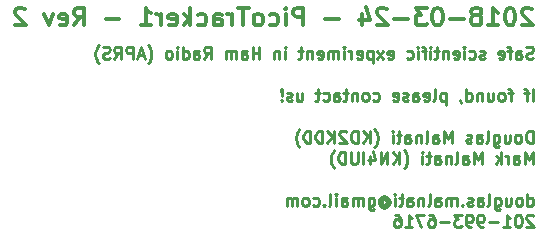
<source format=gbo>
G04 #@! TF.FileFunction,Legend,Bot*
%FSLAX46Y46*%
G04 Gerber Fmt 4.6, Leading zero omitted, Abs format (unit mm)*
G04 Created by KiCad (PCBNEW 4.0.7) date 05/06/18 23:55:50*
%MOMM*%
%LPD*%
G01*
G04 APERTURE LIST*
%ADD10C,0.100000*%
%ADD11C,0.254000*%
%ADD12C,0.300000*%
G04 APERTURE END LIST*
D10*
D11*
X230946476Y-173004238D02*
X230801333Y-173052619D01*
X230559429Y-173052619D01*
X230462667Y-173004238D01*
X230414286Y-172955857D01*
X230365905Y-172859095D01*
X230365905Y-172762333D01*
X230414286Y-172665571D01*
X230462667Y-172617190D01*
X230559429Y-172568810D01*
X230752952Y-172520429D01*
X230849714Y-172472048D01*
X230898095Y-172423667D01*
X230946476Y-172326905D01*
X230946476Y-172230143D01*
X230898095Y-172133381D01*
X230849714Y-172085000D01*
X230752952Y-172036619D01*
X230511048Y-172036619D01*
X230365905Y-172085000D01*
X229495048Y-173052619D02*
X229495048Y-172520429D01*
X229543429Y-172423667D01*
X229640191Y-172375286D01*
X229833714Y-172375286D01*
X229930476Y-172423667D01*
X229495048Y-173004238D02*
X229591810Y-173052619D01*
X229833714Y-173052619D01*
X229930476Y-173004238D01*
X229978857Y-172907476D01*
X229978857Y-172810714D01*
X229930476Y-172713952D01*
X229833714Y-172665571D01*
X229591810Y-172665571D01*
X229495048Y-172617190D01*
X229156381Y-172375286D02*
X228769333Y-172375286D01*
X229011238Y-173052619D02*
X229011238Y-172181762D01*
X228962857Y-172085000D01*
X228866095Y-172036619D01*
X228769333Y-172036619D01*
X228043620Y-173004238D02*
X228140382Y-173052619D01*
X228333905Y-173052619D01*
X228430667Y-173004238D01*
X228479048Y-172907476D01*
X228479048Y-172520429D01*
X228430667Y-172423667D01*
X228333905Y-172375286D01*
X228140382Y-172375286D01*
X228043620Y-172423667D01*
X227995239Y-172520429D01*
X227995239Y-172617190D01*
X228479048Y-172713952D01*
X226834096Y-173004238D02*
X226737334Y-173052619D01*
X226543810Y-173052619D01*
X226447049Y-173004238D01*
X226398668Y-172907476D01*
X226398668Y-172859095D01*
X226447049Y-172762333D01*
X226543810Y-172713952D01*
X226688953Y-172713952D01*
X226785715Y-172665571D01*
X226834096Y-172568810D01*
X226834096Y-172520429D01*
X226785715Y-172423667D01*
X226688953Y-172375286D01*
X226543810Y-172375286D01*
X226447049Y-172423667D01*
X225527811Y-173004238D02*
X225624573Y-173052619D01*
X225818096Y-173052619D01*
X225914858Y-173004238D01*
X225963239Y-172955857D01*
X226011620Y-172859095D01*
X226011620Y-172568810D01*
X225963239Y-172472048D01*
X225914858Y-172423667D01*
X225818096Y-172375286D01*
X225624573Y-172375286D01*
X225527811Y-172423667D01*
X225092382Y-173052619D02*
X225092382Y-172375286D01*
X225092382Y-172036619D02*
X225140763Y-172085000D01*
X225092382Y-172133381D01*
X225044001Y-172085000D01*
X225092382Y-172036619D01*
X225092382Y-172133381D01*
X224221525Y-173004238D02*
X224318287Y-173052619D01*
X224511810Y-173052619D01*
X224608572Y-173004238D01*
X224656953Y-172907476D01*
X224656953Y-172520429D01*
X224608572Y-172423667D01*
X224511810Y-172375286D01*
X224318287Y-172375286D01*
X224221525Y-172423667D01*
X224173144Y-172520429D01*
X224173144Y-172617190D01*
X224656953Y-172713952D01*
X223737715Y-172375286D02*
X223737715Y-173052619D01*
X223737715Y-172472048D02*
X223689334Y-172423667D01*
X223592572Y-172375286D01*
X223447430Y-172375286D01*
X223350668Y-172423667D01*
X223302287Y-172520429D01*
X223302287Y-173052619D01*
X222963620Y-172375286D02*
X222576572Y-172375286D01*
X222818477Y-172036619D02*
X222818477Y-172907476D01*
X222770096Y-173004238D01*
X222673334Y-173052619D01*
X222576572Y-173052619D01*
X222237906Y-173052619D02*
X222237906Y-172375286D01*
X222237906Y-172036619D02*
X222286287Y-172085000D01*
X222237906Y-172133381D01*
X222189525Y-172085000D01*
X222237906Y-172036619D01*
X222237906Y-172133381D01*
X221899239Y-172375286D02*
X221512191Y-172375286D01*
X221754096Y-173052619D02*
X221754096Y-172181762D01*
X221705715Y-172085000D01*
X221608953Y-172036619D01*
X221512191Y-172036619D01*
X221173525Y-173052619D02*
X221173525Y-172375286D01*
X221173525Y-172036619D02*
X221221906Y-172085000D01*
X221173525Y-172133381D01*
X221125144Y-172085000D01*
X221173525Y-172036619D01*
X221173525Y-172133381D01*
X220254287Y-173004238D02*
X220351049Y-173052619D01*
X220544572Y-173052619D01*
X220641334Y-173004238D01*
X220689715Y-172955857D01*
X220738096Y-172859095D01*
X220738096Y-172568810D01*
X220689715Y-172472048D01*
X220641334Y-172423667D01*
X220544572Y-172375286D01*
X220351049Y-172375286D01*
X220254287Y-172423667D01*
X218657716Y-173004238D02*
X218754478Y-173052619D01*
X218948001Y-173052619D01*
X219044763Y-173004238D01*
X219093144Y-172907476D01*
X219093144Y-172520429D01*
X219044763Y-172423667D01*
X218948001Y-172375286D01*
X218754478Y-172375286D01*
X218657716Y-172423667D01*
X218609335Y-172520429D01*
X218609335Y-172617190D01*
X219093144Y-172713952D01*
X218270668Y-173052619D02*
X217738478Y-172375286D01*
X218270668Y-172375286D02*
X217738478Y-173052619D01*
X217351430Y-172375286D02*
X217351430Y-173391286D01*
X217351430Y-172423667D02*
X217254668Y-172375286D01*
X217061145Y-172375286D01*
X216964383Y-172423667D01*
X216916002Y-172472048D01*
X216867621Y-172568810D01*
X216867621Y-172859095D01*
X216916002Y-172955857D01*
X216964383Y-173004238D01*
X217061145Y-173052619D01*
X217254668Y-173052619D01*
X217351430Y-173004238D01*
X216045145Y-173004238D02*
X216141907Y-173052619D01*
X216335430Y-173052619D01*
X216432192Y-173004238D01*
X216480573Y-172907476D01*
X216480573Y-172520429D01*
X216432192Y-172423667D01*
X216335430Y-172375286D01*
X216141907Y-172375286D01*
X216045145Y-172423667D01*
X215996764Y-172520429D01*
X215996764Y-172617190D01*
X216480573Y-172713952D01*
X215561335Y-173052619D02*
X215561335Y-172375286D01*
X215561335Y-172568810D02*
X215512954Y-172472048D01*
X215464573Y-172423667D01*
X215367811Y-172375286D01*
X215271050Y-172375286D01*
X214932383Y-173052619D02*
X214932383Y-172375286D01*
X214932383Y-172036619D02*
X214980764Y-172085000D01*
X214932383Y-172133381D01*
X214884002Y-172085000D01*
X214932383Y-172036619D01*
X214932383Y-172133381D01*
X214448573Y-173052619D02*
X214448573Y-172375286D01*
X214448573Y-172472048D02*
X214400192Y-172423667D01*
X214303430Y-172375286D01*
X214158288Y-172375286D01*
X214061526Y-172423667D01*
X214013145Y-172520429D01*
X214013145Y-173052619D01*
X214013145Y-172520429D02*
X213964764Y-172423667D01*
X213868002Y-172375286D01*
X213722859Y-172375286D01*
X213626097Y-172423667D01*
X213577716Y-172520429D01*
X213577716Y-173052619D01*
X212706859Y-173004238D02*
X212803621Y-173052619D01*
X212997144Y-173052619D01*
X213093906Y-173004238D01*
X213142287Y-172907476D01*
X213142287Y-172520429D01*
X213093906Y-172423667D01*
X212997144Y-172375286D01*
X212803621Y-172375286D01*
X212706859Y-172423667D01*
X212658478Y-172520429D01*
X212658478Y-172617190D01*
X213142287Y-172713952D01*
X212223049Y-172375286D02*
X212223049Y-173052619D01*
X212223049Y-172472048D02*
X212174668Y-172423667D01*
X212077906Y-172375286D01*
X211932764Y-172375286D01*
X211836002Y-172423667D01*
X211787621Y-172520429D01*
X211787621Y-173052619D01*
X211448954Y-172375286D02*
X211061906Y-172375286D01*
X211303811Y-172036619D02*
X211303811Y-172907476D01*
X211255430Y-173004238D01*
X211158668Y-173052619D01*
X211061906Y-173052619D01*
X209949145Y-173052619D02*
X209949145Y-172375286D01*
X209949145Y-172036619D02*
X209997526Y-172085000D01*
X209949145Y-172133381D01*
X209900764Y-172085000D01*
X209949145Y-172036619D01*
X209949145Y-172133381D01*
X209465335Y-172375286D02*
X209465335Y-173052619D01*
X209465335Y-172472048D02*
X209416954Y-172423667D01*
X209320192Y-172375286D01*
X209175050Y-172375286D01*
X209078288Y-172423667D01*
X209029907Y-172520429D01*
X209029907Y-173052619D01*
X207772002Y-173052619D02*
X207772002Y-172036619D01*
X207772002Y-172520429D02*
X207191431Y-172520429D01*
X207191431Y-173052619D02*
X207191431Y-172036619D01*
X206272193Y-173052619D02*
X206272193Y-172520429D01*
X206320574Y-172423667D01*
X206417336Y-172375286D01*
X206610859Y-172375286D01*
X206707621Y-172423667D01*
X206272193Y-173004238D02*
X206368955Y-173052619D01*
X206610859Y-173052619D01*
X206707621Y-173004238D01*
X206756002Y-172907476D01*
X206756002Y-172810714D01*
X206707621Y-172713952D01*
X206610859Y-172665571D01*
X206368955Y-172665571D01*
X206272193Y-172617190D01*
X205788383Y-173052619D02*
X205788383Y-172375286D01*
X205788383Y-172472048D02*
X205740002Y-172423667D01*
X205643240Y-172375286D01*
X205498098Y-172375286D01*
X205401336Y-172423667D01*
X205352955Y-172520429D01*
X205352955Y-173052619D01*
X205352955Y-172520429D02*
X205304574Y-172423667D01*
X205207812Y-172375286D01*
X205062669Y-172375286D01*
X204965907Y-172423667D01*
X204917526Y-172520429D01*
X204917526Y-173052619D01*
X203079050Y-173052619D02*
X203417716Y-172568810D01*
X203659621Y-173052619D02*
X203659621Y-172036619D01*
X203272574Y-172036619D01*
X203175812Y-172085000D01*
X203127431Y-172133381D01*
X203079050Y-172230143D01*
X203079050Y-172375286D01*
X203127431Y-172472048D01*
X203175812Y-172520429D01*
X203272574Y-172568810D01*
X203659621Y-172568810D01*
X202208193Y-173052619D02*
X202208193Y-172520429D01*
X202256574Y-172423667D01*
X202353336Y-172375286D01*
X202546859Y-172375286D01*
X202643621Y-172423667D01*
X202208193Y-173004238D02*
X202304955Y-173052619D01*
X202546859Y-173052619D01*
X202643621Y-173004238D01*
X202692002Y-172907476D01*
X202692002Y-172810714D01*
X202643621Y-172713952D01*
X202546859Y-172665571D01*
X202304955Y-172665571D01*
X202208193Y-172617190D01*
X201288955Y-173052619D02*
X201288955Y-172036619D01*
X201288955Y-173004238D02*
X201385717Y-173052619D01*
X201579240Y-173052619D01*
X201676002Y-173004238D01*
X201724383Y-172955857D01*
X201772764Y-172859095D01*
X201772764Y-172568810D01*
X201724383Y-172472048D01*
X201676002Y-172423667D01*
X201579240Y-172375286D01*
X201385717Y-172375286D01*
X201288955Y-172423667D01*
X200805145Y-173052619D02*
X200805145Y-172375286D01*
X200805145Y-172036619D02*
X200853526Y-172085000D01*
X200805145Y-172133381D01*
X200756764Y-172085000D01*
X200805145Y-172036619D01*
X200805145Y-172133381D01*
X200176192Y-173052619D02*
X200272954Y-173004238D01*
X200321335Y-172955857D01*
X200369716Y-172859095D01*
X200369716Y-172568810D01*
X200321335Y-172472048D01*
X200272954Y-172423667D01*
X200176192Y-172375286D01*
X200031050Y-172375286D01*
X199934288Y-172423667D01*
X199885907Y-172472048D01*
X199837526Y-172568810D01*
X199837526Y-172859095D01*
X199885907Y-172955857D01*
X199934288Y-173004238D01*
X200031050Y-173052619D01*
X200176192Y-173052619D01*
X198337717Y-173439667D02*
X198386097Y-173391286D01*
X198482859Y-173246143D01*
X198531240Y-173149381D01*
X198579621Y-173004238D01*
X198628002Y-172762333D01*
X198628002Y-172568810D01*
X198579621Y-172326905D01*
X198531240Y-172181762D01*
X198482859Y-172085000D01*
X198386097Y-171939857D01*
X198337717Y-171891476D01*
X197999050Y-172762333D02*
X197515241Y-172762333D01*
X198095812Y-173052619D02*
X197757145Y-172036619D01*
X197418479Y-173052619D01*
X197079812Y-173052619D02*
X197079812Y-172036619D01*
X196692765Y-172036619D01*
X196596003Y-172085000D01*
X196547622Y-172133381D01*
X196499241Y-172230143D01*
X196499241Y-172375286D01*
X196547622Y-172472048D01*
X196596003Y-172520429D01*
X196692765Y-172568810D01*
X197079812Y-172568810D01*
X195483241Y-173052619D02*
X195821907Y-172568810D01*
X196063812Y-173052619D02*
X196063812Y-172036619D01*
X195676765Y-172036619D01*
X195580003Y-172085000D01*
X195531622Y-172133381D01*
X195483241Y-172230143D01*
X195483241Y-172375286D01*
X195531622Y-172472048D01*
X195580003Y-172520429D01*
X195676765Y-172568810D01*
X196063812Y-172568810D01*
X195096193Y-173004238D02*
X194951050Y-173052619D01*
X194709146Y-173052619D01*
X194612384Y-173004238D01*
X194564003Y-172955857D01*
X194515622Y-172859095D01*
X194515622Y-172762333D01*
X194564003Y-172665571D01*
X194612384Y-172617190D01*
X194709146Y-172568810D01*
X194902669Y-172520429D01*
X194999431Y-172472048D01*
X195047812Y-172423667D01*
X195096193Y-172326905D01*
X195096193Y-172230143D01*
X195047812Y-172133381D01*
X194999431Y-172085000D01*
X194902669Y-172036619D01*
X194660765Y-172036619D01*
X194515622Y-172085000D01*
X194176955Y-173439667D02*
X194128574Y-173391286D01*
X194031812Y-173246143D01*
X193983431Y-173149381D01*
X193935050Y-173004238D01*
X193886669Y-172762333D01*
X193886669Y-172568810D01*
X193935050Y-172326905D01*
X193983431Y-172181762D01*
X194031812Y-172085000D01*
X194128574Y-171939857D01*
X194176955Y-171891476D01*
X230898095Y-176608619D02*
X230898095Y-175592619D01*
X230559428Y-175931286D02*
X230172380Y-175931286D01*
X230414285Y-176608619D02*
X230414285Y-175737762D01*
X230365904Y-175641000D01*
X230269142Y-175592619D01*
X230172380Y-175592619D01*
X229204762Y-175931286D02*
X228817714Y-175931286D01*
X229059619Y-176608619D02*
X229059619Y-175737762D01*
X229011238Y-175641000D01*
X228914476Y-175592619D01*
X228817714Y-175592619D01*
X228333905Y-176608619D02*
X228430667Y-176560238D01*
X228479048Y-176511857D01*
X228527429Y-176415095D01*
X228527429Y-176124810D01*
X228479048Y-176028048D01*
X228430667Y-175979667D01*
X228333905Y-175931286D01*
X228188763Y-175931286D01*
X228092001Y-175979667D01*
X228043620Y-176028048D01*
X227995239Y-176124810D01*
X227995239Y-176415095D01*
X228043620Y-176511857D01*
X228092001Y-176560238D01*
X228188763Y-176608619D01*
X228333905Y-176608619D01*
X227124382Y-175931286D02*
X227124382Y-176608619D01*
X227559810Y-175931286D02*
X227559810Y-176463476D01*
X227511429Y-176560238D01*
X227414667Y-176608619D01*
X227269525Y-176608619D01*
X227172763Y-176560238D01*
X227124382Y-176511857D01*
X226640572Y-175931286D02*
X226640572Y-176608619D01*
X226640572Y-176028048D02*
X226592191Y-175979667D01*
X226495429Y-175931286D01*
X226350287Y-175931286D01*
X226253525Y-175979667D01*
X226205144Y-176076429D01*
X226205144Y-176608619D01*
X225285906Y-176608619D02*
X225285906Y-175592619D01*
X225285906Y-176560238D02*
X225382668Y-176608619D01*
X225576191Y-176608619D01*
X225672953Y-176560238D01*
X225721334Y-176511857D01*
X225769715Y-176415095D01*
X225769715Y-176124810D01*
X225721334Y-176028048D01*
X225672953Y-175979667D01*
X225576191Y-175931286D01*
X225382668Y-175931286D01*
X225285906Y-175979667D01*
X224753715Y-176560238D02*
X224753715Y-176608619D01*
X224802096Y-176705381D01*
X224850477Y-176753762D01*
X223544191Y-175931286D02*
X223544191Y-176947286D01*
X223544191Y-175979667D02*
X223447429Y-175931286D01*
X223253906Y-175931286D01*
X223157144Y-175979667D01*
X223108763Y-176028048D01*
X223060382Y-176124810D01*
X223060382Y-176415095D01*
X223108763Y-176511857D01*
X223157144Y-176560238D01*
X223253906Y-176608619D01*
X223447429Y-176608619D01*
X223544191Y-176560238D01*
X222479810Y-176608619D02*
X222576572Y-176560238D01*
X222624953Y-176463476D01*
X222624953Y-175592619D01*
X221705716Y-176560238D02*
X221802478Y-176608619D01*
X221996001Y-176608619D01*
X222092763Y-176560238D01*
X222141144Y-176463476D01*
X222141144Y-176076429D01*
X222092763Y-175979667D01*
X221996001Y-175931286D01*
X221802478Y-175931286D01*
X221705716Y-175979667D01*
X221657335Y-176076429D01*
X221657335Y-176173190D01*
X222141144Y-176269952D01*
X220786478Y-176608619D02*
X220786478Y-176076429D01*
X220834859Y-175979667D01*
X220931621Y-175931286D01*
X221125144Y-175931286D01*
X221221906Y-175979667D01*
X220786478Y-176560238D02*
X220883240Y-176608619D01*
X221125144Y-176608619D01*
X221221906Y-176560238D01*
X221270287Y-176463476D01*
X221270287Y-176366714D01*
X221221906Y-176269952D01*
X221125144Y-176221571D01*
X220883240Y-176221571D01*
X220786478Y-176173190D01*
X220351049Y-176560238D02*
X220254287Y-176608619D01*
X220060763Y-176608619D01*
X219964002Y-176560238D01*
X219915621Y-176463476D01*
X219915621Y-176415095D01*
X219964002Y-176318333D01*
X220060763Y-176269952D01*
X220205906Y-176269952D01*
X220302668Y-176221571D01*
X220351049Y-176124810D01*
X220351049Y-176076429D01*
X220302668Y-175979667D01*
X220205906Y-175931286D01*
X220060763Y-175931286D01*
X219964002Y-175979667D01*
X219093145Y-176560238D02*
X219189907Y-176608619D01*
X219383430Y-176608619D01*
X219480192Y-176560238D01*
X219528573Y-176463476D01*
X219528573Y-176076429D01*
X219480192Y-175979667D01*
X219383430Y-175931286D01*
X219189907Y-175931286D01*
X219093145Y-175979667D01*
X219044764Y-176076429D01*
X219044764Y-176173190D01*
X219528573Y-176269952D01*
X217399812Y-176560238D02*
X217496574Y-176608619D01*
X217690097Y-176608619D01*
X217786859Y-176560238D01*
X217835240Y-176511857D01*
X217883621Y-176415095D01*
X217883621Y-176124810D01*
X217835240Y-176028048D01*
X217786859Y-175979667D01*
X217690097Y-175931286D01*
X217496574Y-175931286D01*
X217399812Y-175979667D01*
X216819240Y-176608619D02*
X216916002Y-176560238D01*
X216964383Y-176511857D01*
X217012764Y-176415095D01*
X217012764Y-176124810D01*
X216964383Y-176028048D01*
X216916002Y-175979667D01*
X216819240Y-175931286D01*
X216674098Y-175931286D01*
X216577336Y-175979667D01*
X216528955Y-176028048D01*
X216480574Y-176124810D01*
X216480574Y-176415095D01*
X216528955Y-176511857D01*
X216577336Y-176560238D01*
X216674098Y-176608619D01*
X216819240Y-176608619D01*
X216045145Y-175931286D02*
X216045145Y-176608619D01*
X216045145Y-176028048D02*
X215996764Y-175979667D01*
X215900002Y-175931286D01*
X215754860Y-175931286D01*
X215658098Y-175979667D01*
X215609717Y-176076429D01*
X215609717Y-176608619D01*
X215271050Y-175931286D02*
X214884002Y-175931286D01*
X215125907Y-175592619D02*
X215125907Y-176463476D01*
X215077526Y-176560238D01*
X214980764Y-176608619D01*
X214884002Y-176608619D01*
X214109908Y-176608619D02*
X214109908Y-176076429D01*
X214158289Y-175979667D01*
X214255051Y-175931286D01*
X214448574Y-175931286D01*
X214545336Y-175979667D01*
X214109908Y-176560238D02*
X214206670Y-176608619D01*
X214448574Y-176608619D01*
X214545336Y-176560238D01*
X214593717Y-176463476D01*
X214593717Y-176366714D01*
X214545336Y-176269952D01*
X214448574Y-176221571D01*
X214206670Y-176221571D01*
X214109908Y-176173190D01*
X213190670Y-176560238D02*
X213287432Y-176608619D01*
X213480955Y-176608619D01*
X213577717Y-176560238D01*
X213626098Y-176511857D01*
X213674479Y-176415095D01*
X213674479Y-176124810D01*
X213626098Y-176028048D01*
X213577717Y-175979667D01*
X213480955Y-175931286D01*
X213287432Y-175931286D01*
X213190670Y-175979667D01*
X212900384Y-175931286D02*
X212513336Y-175931286D01*
X212755241Y-175592619D02*
X212755241Y-176463476D01*
X212706860Y-176560238D01*
X212610098Y-176608619D01*
X212513336Y-176608619D01*
X210965147Y-175931286D02*
X210965147Y-176608619D01*
X211400575Y-175931286D02*
X211400575Y-176463476D01*
X211352194Y-176560238D01*
X211255432Y-176608619D01*
X211110290Y-176608619D01*
X211013528Y-176560238D01*
X210965147Y-176511857D01*
X210529718Y-176560238D02*
X210432956Y-176608619D01*
X210239432Y-176608619D01*
X210142671Y-176560238D01*
X210094290Y-176463476D01*
X210094290Y-176415095D01*
X210142671Y-176318333D01*
X210239432Y-176269952D01*
X210384575Y-176269952D01*
X210481337Y-176221571D01*
X210529718Y-176124810D01*
X210529718Y-176076429D01*
X210481337Y-175979667D01*
X210384575Y-175931286D01*
X210239432Y-175931286D01*
X210142671Y-175979667D01*
X209658861Y-176511857D02*
X209610480Y-176560238D01*
X209658861Y-176608619D01*
X209707242Y-176560238D01*
X209658861Y-176511857D01*
X209658861Y-176608619D01*
X209658861Y-176221571D02*
X209707242Y-175641000D01*
X209658861Y-175592619D01*
X209610480Y-175641000D01*
X209658861Y-176221571D01*
X209658861Y-175592619D01*
X230898095Y-180164619D02*
X230898095Y-179148619D01*
X230656190Y-179148619D01*
X230511048Y-179197000D01*
X230414286Y-179293762D01*
X230365905Y-179390524D01*
X230317524Y-179584048D01*
X230317524Y-179729190D01*
X230365905Y-179922714D01*
X230414286Y-180019476D01*
X230511048Y-180116238D01*
X230656190Y-180164619D01*
X230898095Y-180164619D01*
X229736952Y-180164619D02*
X229833714Y-180116238D01*
X229882095Y-180067857D01*
X229930476Y-179971095D01*
X229930476Y-179680810D01*
X229882095Y-179584048D01*
X229833714Y-179535667D01*
X229736952Y-179487286D01*
X229591810Y-179487286D01*
X229495048Y-179535667D01*
X229446667Y-179584048D01*
X229398286Y-179680810D01*
X229398286Y-179971095D01*
X229446667Y-180067857D01*
X229495048Y-180116238D01*
X229591810Y-180164619D01*
X229736952Y-180164619D01*
X228527429Y-179487286D02*
X228527429Y-180164619D01*
X228962857Y-179487286D02*
X228962857Y-180019476D01*
X228914476Y-180116238D01*
X228817714Y-180164619D01*
X228672572Y-180164619D01*
X228575810Y-180116238D01*
X228527429Y-180067857D01*
X227608191Y-179487286D02*
X227608191Y-180309762D01*
X227656572Y-180406524D01*
X227704953Y-180454905D01*
X227801714Y-180503286D01*
X227946857Y-180503286D01*
X228043619Y-180454905D01*
X227608191Y-180116238D02*
X227704953Y-180164619D01*
X227898476Y-180164619D01*
X227995238Y-180116238D01*
X228043619Y-180067857D01*
X228092000Y-179971095D01*
X228092000Y-179680810D01*
X228043619Y-179584048D01*
X227995238Y-179535667D01*
X227898476Y-179487286D01*
X227704953Y-179487286D01*
X227608191Y-179535667D01*
X226979238Y-180164619D02*
X227076000Y-180116238D01*
X227124381Y-180019476D01*
X227124381Y-179148619D01*
X226156763Y-180164619D02*
X226156763Y-179632429D01*
X226205144Y-179535667D01*
X226301906Y-179487286D01*
X226495429Y-179487286D01*
X226592191Y-179535667D01*
X226156763Y-180116238D02*
X226253525Y-180164619D01*
X226495429Y-180164619D01*
X226592191Y-180116238D01*
X226640572Y-180019476D01*
X226640572Y-179922714D01*
X226592191Y-179825952D01*
X226495429Y-179777571D01*
X226253525Y-179777571D01*
X226156763Y-179729190D01*
X225721334Y-180116238D02*
X225624572Y-180164619D01*
X225431048Y-180164619D01*
X225334287Y-180116238D01*
X225285906Y-180019476D01*
X225285906Y-179971095D01*
X225334287Y-179874333D01*
X225431048Y-179825952D01*
X225576191Y-179825952D01*
X225672953Y-179777571D01*
X225721334Y-179680810D01*
X225721334Y-179632429D01*
X225672953Y-179535667D01*
X225576191Y-179487286D01*
X225431048Y-179487286D01*
X225334287Y-179535667D01*
X224076382Y-180164619D02*
X224076382Y-179148619D01*
X223737716Y-179874333D01*
X223399049Y-179148619D01*
X223399049Y-180164619D01*
X222479811Y-180164619D02*
X222479811Y-179632429D01*
X222528192Y-179535667D01*
X222624954Y-179487286D01*
X222818477Y-179487286D01*
X222915239Y-179535667D01*
X222479811Y-180116238D02*
X222576573Y-180164619D01*
X222818477Y-180164619D01*
X222915239Y-180116238D01*
X222963620Y-180019476D01*
X222963620Y-179922714D01*
X222915239Y-179825952D01*
X222818477Y-179777571D01*
X222576573Y-179777571D01*
X222479811Y-179729190D01*
X221850858Y-180164619D02*
X221947620Y-180116238D01*
X221996001Y-180019476D01*
X221996001Y-179148619D01*
X221463811Y-179487286D02*
X221463811Y-180164619D01*
X221463811Y-179584048D02*
X221415430Y-179535667D01*
X221318668Y-179487286D01*
X221173526Y-179487286D01*
X221076764Y-179535667D01*
X221028383Y-179632429D01*
X221028383Y-180164619D01*
X220109145Y-180164619D02*
X220109145Y-179632429D01*
X220157526Y-179535667D01*
X220254288Y-179487286D01*
X220447811Y-179487286D01*
X220544573Y-179535667D01*
X220109145Y-180116238D02*
X220205907Y-180164619D01*
X220447811Y-180164619D01*
X220544573Y-180116238D01*
X220592954Y-180019476D01*
X220592954Y-179922714D01*
X220544573Y-179825952D01*
X220447811Y-179777571D01*
X220205907Y-179777571D01*
X220109145Y-179729190D01*
X219770478Y-179487286D02*
X219383430Y-179487286D01*
X219625335Y-179148619D02*
X219625335Y-180019476D01*
X219576954Y-180116238D01*
X219480192Y-180164619D01*
X219383430Y-180164619D01*
X219044764Y-180164619D02*
X219044764Y-179487286D01*
X219044764Y-179148619D02*
X219093145Y-179197000D01*
X219044764Y-179245381D01*
X218996383Y-179197000D01*
X219044764Y-179148619D01*
X219044764Y-179245381D01*
X217496574Y-180551667D02*
X217544954Y-180503286D01*
X217641716Y-180358143D01*
X217690097Y-180261381D01*
X217738478Y-180116238D01*
X217786859Y-179874333D01*
X217786859Y-179680810D01*
X217738478Y-179438905D01*
X217690097Y-179293762D01*
X217641716Y-179197000D01*
X217544954Y-179051857D01*
X217496574Y-179003476D01*
X217109526Y-180164619D02*
X217109526Y-179148619D01*
X216528955Y-180164619D02*
X216964383Y-179584048D01*
X216528955Y-179148619D02*
X217109526Y-179729190D01*
X216093526Y-180164619D02*
X216093526Y-179148619D01*
X215851621Y-179148619D01*
X215706479Y-179197000D01*
X215609717Y-179293762D01*
X215561336Y-179390524D01*
X215512955Y-179584048D01*
X215512955Y-179729190D01*
X215561336Y-179922714D01*
X215609717Y-180019476D01*
X215706479Y-180116238D01*
X215851621Y-180164619D01*
X216093526Y-180164619D01*
X215125907Y-179245381D02*
X215077526Y-179197000D01*
X214980764Y-179148619D01*
X214738860Y-179148619D01*
X214642098Y-179197000D01*
X214593717Y-179245381D01*
X214545336Y-179342143D01*
X214545336Y-179438905D01*
X214593717Y-179584048D01*
X215174288Y-180164619D01*
X214545336Y-180164619D01*
X214109907Y-180164619D02*
X214109907Y-179148619D01*
X213529336Y-180164619D02*
X213964764Y-179584048D01*
X213529336Y-179148619D02*
X214109907Y-179729190D01*
X213093907Y-180164619D02*
X213093907Y-179148619D01*
X212852002Y-179148619D01*
X212706860Y-179197000D01*
X212610098Y-179293762D01*
X212561717Y-179390524D01*
X212513336Y-179584048D01*
X212513336Y-179729190D01*
X212561717Y-179922714D01*
X212610098Y-180019476D01*
X212706860Y-180116238D01*
X212852002Y-180164619D01*
X213093907Y-180164619D01*
X212077907Y-180164619D02*
X212077907Y-179148619D01*
X211836002Y-179148619D01*
X211690860Y-179197000D01*
X211594098Y-179293762D01*
X211545717Y-179390524D01*
X211497336Y-179584048D01*
X211497336Y-179729190D01*
X211545717Y-179922714D01*
X211594098Y-180019476D01*
X211690860Y-180116238D01*
X211836002Y-180164619D01*
X212077907Y-180164619D01*
X211158669Y-180551667D02*
X211110288Y-180503286D01*
X211013526Y-180358143D01*
X210965145Y-180261381D01*
X210916764Y-180116238D01*
X210868383Y-179874333D01*
X210868383Y-179680810D01*
X210916764Y-179438905D01*
X210965145Y-179293762D01*
X211013526Y-179197000D01*
X211110288Y-179051857D01*
X211158669Y-179003476D01*
X230898095Y-181942619D02*
X230898095Y-180926619D01*
X230559429Y-181652333D01*
X230220762Y-180926619D01*
X230220762Y-181942619D01*
X229301524Y-181942619D02*
X229301524Y-181410429D01*
X229349905Y-181313667D01*
X229446667Y-181265286D01*
X229640190Y-181265286D01*
X229736952Y-181313667D01*
X229301524Y-181894238D02*
X229398286Y-181942619D01*
X229640190Y-181942619D01*
X229736952Y-181894238D01*
X229785333Y-181797476D01*
X229785333Y-181700714D01*
X229736952Y-181603952D01*
X229640190Y-181555571D01*
X229398286Y-181555571D01*
X229301524Y-181507190D01*
X228817714Y-181942619D02*
X228817714Y-181265286D01*
X228817714Y-181458810D02*
X228769333Y-181362048D01*
X228720952Y-181313667D01*
X228624190Y-181265286D01*
X228527429Y-181265286D01*
X228188762Y-181942619D02*
X228188762Y-180926619D01*
X228092000Y-181555571D02*
X227801715Y-181942619D01*
X227801715Y-181265286D02*
X228188762Y-181652333D01*
X226592191Y-181942619D02*
X226592191Y-180926619D01*
X226253525Y-181652333D01*
X225914858Y-180926619D01*
X225914858Y-181942619D01*
X224995620Y-181942619D02*
X224995620Y-181410429D01*
X225044001Y-181313667D01*
X225140763Y-181265286D01*
X225334286Y-181265286D01*
X225431048Y-181313667D01*
X224995620Y-181894238D02*
X225092382Y-181942619D01*
X225334286Y-181942619D01*
X225431048Y-181894238D01*
X225479429Y-181797476D01*
X225479429Y-181700714D01*
X225431048Y-181603952D01*
X225334286Y-181555571D01*
X225092382Y-181555571D01*
X224995620Y-181507190D01*
X224366667Y-181942619D02*
X224463429Y-181894238D01*
X224511810Y-181797476D01*
X224511810Y-180926619D01*
X223979620Y-181265286D02*
X223979620Y-181942619D01*
X223979620Y-181362048D02*
X223931239Y-181313667D01*
X223834477Y-181265286D01*
X223689335Y-181265286D01*
X223592573Y-181313667D01*
X223544192Y-181410429D01*
X223544192Y-181942619D01*
X222624954Y-181942619D02*
X222624954Y-181410429D01*
X222673335Y-181313667D01*
X222770097Y-181265286D01*
X222963620Y-181265286D01*
X223060382Y-181313667D01*
X222624954Y-181894238D02*
X222721716Y-181942619D01*
X222963620Y-181942619D01*
X223060382Y-181894238D01*
X223108763Y-181797476D01*
X223108763Y-181700714D01*
X223060382Y-181603952D01*
X222963620Y-181555571D01*
X222721716Y-181555571D01*
X222624954Y-181507190D01*
X222286287Y-181265286D02*
X221899239Y-181265286D01*
X222141144Y-180926619D02*
X222141144Y-181797476D01*
X222092763Y-181894238D01*
X221996001Y-181942619D01*
X221899239Y-181942619D01*
X221560573Y-181942619D02*
X221560573Y-181265286D01*
X221560573Y-180926619D02*
X221608954Y-180975000D01*
X221560573Y-181023381D01*
X221512192Y-180975000D01*
X221560573Y-180926619D01*
X221560573Y-181023381D01*
X220012383Y-182329667D02*
X220060763Y-182281286D01*
X220157525Y-182136143D01*
X220205906Y-182039381D01*
X220254287Y-181894238D01*
X220302668Y-181652333D01*
X220302668Y-181458810D01*
X220254287Y-181216905D01*
X220205906Y-181071762D01*
X220157525Y-180975000D01*
X220060763Y-180829857D01*
X220012383Y-180781476D01*
X219625335Y-181942619D02*
X219625335Y-180926619D01*
X219044764Y-181942619D02*
X219480192Y-181362048D01*
X219044764Y-180926619D02*
X219625335Y-181507190D01*
X218609335Y-181942619D02*
X218609335Y-180926619D01*
X218028764Y-181942619D01*
X218028764Y-180926619D01*
X217109526Y-181265286D02*
X217109526Y-181942619D01*
X217351430Y-180878238D02*
X217593335Y-181603952D01*
X216964383Y-181603952D01*
X216577335Y-181942619D02*
X216577335Y-180926619D01*
X216093525Y-180926619D02*
X216093525Y-181749095D01*
X216045144Y-181845857D01*
X215996763Y-181894238D01*
X215900001Y-181942619D01*
X215706478Y-181942619D01*
X215609716Y-181894238D01*
X215561335Y-181845857D01*
X215512954Y-181749095D01*
X215512954Y-180926619D01*
X215029144Y-181942619D02*
X215029144Y-180926619D01*
X214787239Y-180926619D01*
X214642097Y-180975000D01*
X214545335Y-181071762D01*
X214496954Y-181168524D01*
X214448573Y-181362048D01*
X214448573Y-181507190D01*
X214496954Y-181700714D01*
X214545335Y-181797476D01*
X214642097Y-181894238D01*
X214787239Y-181942619D01*
X215029144Y-181942619D01*
X214109906Y-182329667D02*
X214061525Y-182281286D01*
X213964763Y-182136143D01*
X213916382Y-182039381D01*
X213868001Y-181894238D01*
X213819620Y-181652333D01*
X213819620Y-181458810D01*
X213868001Y-181216905D01*
X213916382Y-181071762D01*
X213964763Y-180975000D01*
X214061525Y-180829857D01*
X214109906Y-180781476D01*
X230462667Y-185498619D02*
X230462667Y-184482619D01*
X230462667Y-185450238D02*
X230559429Y-185498619D01*
X230752952Y-185498619D01*
X230849714Y-185450238D01*
X230898095Y-185401857D01*
X230946476Y-185305095D01*
X230946476Y-185014810D01*
X230898095Y-184918048D01*
X230849714Y-184869667D01*
X230752952Y-184821286D01*
X230559429Y-184821286D01*
X230462667Y-184869667D01*
X229833714Y-185498619D02*
X229930476Y-185450238D01*
X229978857Y-185401857D01*
X230027238Y-185305095D01*
X230027238Y-185014810D01*
X229978857Y-184918048D01*
X229930476Y-184869667D01*
X229833714Y-184821286D01*
X229688572Y-184821286D01*
X229591810Y-184869667D01*
X229543429Y-184918048D01*
X229495048Y-185014810D01*
X229495048Y-185305095D01*
X229543429Y-185401857D01*
X229591810Y-185450238D01*
X229688572Y-185498619D01*
X229833714Y-185498619D01*
X228624191Y-184821286D02*
X228624191Y-185498619D01*
X229059619Y-184821286D02*
X229059619Y-185353476D01*
X229011238Y-185450238D01*
X228914476Y-185498619D01*
X228769334Y-185498619D01*
X228672572Y-185450238D01*
X228624191Y-185401857D01*
X227704953Y-184821286D02*
X227704953Y-185643762D01*
X227753334Y-185740524D01*
X227801715Y-185788905D01*
X227898476Y-185837286D01*
X228043619Y-185837286D01*
X228140381Y-185788905D01*
X227704953Y-185450238D02*
X227801715Y-185498619D01*
X227995238Y-185498619D01*
X228092000Y-185450238D01*
X228140381Y-185401857D01*
X228188762Y-185305095D01*
X228188762Y-185014810D01*
X228140381Y-184918048D01*
X228092000Y-184869667D01*
X227995238Y-184821286D01*
X227801715Y-184821286D01*
X227704953Y-184869667D01*
X227076000Y-185498619D02*
X227172762Y-185450238D01*
X227221143Y-185353476D01*
X227221143Y-184482619D01*
X226253525Y-185498619D02*
X226253525Y-184966429D01*
X226301906Y-184869667D01*
X226398668Y-184821286D01*
X226592191Y-184821286D01*
X226688953Y-184869667D01*
X226253525Y-185450238D02*
X226350287Y-185498619D01*
X226592191Y-185498619D01*
X226688953Y-185450238D01*
X226737334Y-185353476D01*
X226737334Y-185256714D01*
X226688953Y-185159952D01*
X226592191Y-185111571D01*
X226350287Y-185111571D01*
X226253525Y-185063190D01*
X225818096Y-185450238D02*
X225721334Y-185498619D01*
X225527810Y-185498619D01*
X225431049Y-185450238D01*
X225382668Y-185353476D01*
X225382668Y-185305095D01*
X225431049Y-185208333D01*
X225527810Y-185159952D01*
X225672953Y-185159952D01*
X225769715Y-185111571D01*
X225818096Y-185014810D01*
X225818096Y-184966429D01*
X225769715Y-184869667D01*
X225672953Y-184821286D01*
X225527810Y-184821286D01*
X225431049Y-184869667D01*
X224947239Y-185401857D02*
X224898858Y-185450238D01*
X224947239Y-185498619D01*
X224995620Y-185450238D01*
X224947239Y-185401857D01*
X224947239Y-185498619D01*
X224463429Y-185498619D02*
X224463429Y-184821286D01*
X224463429Y-184918048D02*
X224415048Y-184869667D01*
X224318286Y-184821286D01*
X224173144Y-184821286D01*
X224076382Y-184869667D01*
X224028001Y-184966429D01*
X224028001Y-185498619D01*
X224028001Y-184966429D02*
X223979620Y-184869667D01*
X223882858Y-184821286D01*
X223737715Y-184821286D01*
X223640953Y-184869667D01*
X223592572Y-184966429D01*
X223592572Y-185498619D01*
X222673334Y-185498619D02*
X222673334Y-184966429D01*
X222721715Y-184869667D01*
X222818477Y-184821286D01*
X223012000Y-184821286D01*
X223108762Y-184869667D01*
X222673334Y-185450238D02*
X222770096Y-185498619D01*
X223012000Y-185498619D01*
X223108762Y-185450238D01*
X223157143Y-185353476D01*
X223157143Y-185256714D01*
X223108762Y-185159952D01*
X223012000Y-185111571D01*
X222770096Y-185111571D01*
X222673334Y-185063190D01*
X222044381Y-185498619D02*
X222141143Y-185450238D01*
X222189524Y-185353476D01*
X222189524Y-184482619D01*
X221657334Y-184821286D02*
X221657334Y-185498619D01*
X221657334Y-184918048D02*
X221608953Y-184869667D01*
X221512191Y-184821286D01*
X221367049Y-184821286D01*
X221270287Y-184869667D01*
X221221906Y-184966429D01*
X221221906Y-185498619D01*
X220302668Y-185498619D02*
X220302668Y-184966429D01*
X220351049Y-184869667D01*
X220447811Y-184821286D01*
X220641334Y-184821286D01*
X220738096Y-184869667D01*
X220302668Y-185450238D02*
X220399430Y-185498619D01*
X220641334Y-185498619D01*
X220738096Y-185450238D01*
X220786477Y-185353476D01*
X220786477Y-185256714D01*
X220738096Y-185159952D01*
X220641334Y-185111571D01*
X220399430Y-185111571D01*
X220302668Y-185063190D01*
X219964001Y-184821286D02*
X219576953Y-184821286D01*
X219818858Y-184482619D02*
X219818858Y-185353476D01*
X219770477Y-185450238D01*
X219673715Y-185498619D01*
X219576953Y-185498619D01*
X219238287Y-185498619D02*
X219238287Y-184821286D01*
X219238287Y-184482619D02*
X219286668Y-184531000D01*
X219238287Y-184579381D01*
X219189906Y-184531000D01*
X219238287Y-184482619D01*
X219238287Y-184579381D01*
X218125525Y-185014810D02*
X218173906Y-184966429D01*
X218270668Y-184918048D01*
X218367430Y-184918048D01*
X218464192Y-184966429D01*
X218512572Y-185014810D01*
X218560953Y-185111571D01*
X218560953Y-185208333D01*
X218512572Y-185305095D01*
X218464192Y-185353476D01*
X218367430Y-185401857D01*
X218270668Y-185401857D01*
X218173906Y-185353476D01*
X218125525Y-185305095D01*
X218125525Y-184918048D02*
X218125525Y-185305095D01*
X218077144Y-185353476D01*
X218028763Y-185353476D01*
X217932001Y-185305095D01*
X217883620Y-185208333D01*
X217883620Y-184966429D01*
X217980382Y-184821286D01*
X218125525Y-184724524D01*
X218319049Y-184676143D01*
X218512572Y-184724524D01*
X218657715Y-184821286D01*
X218754477Y-184966429D01*
X218802858Y-185159952D01*
X218754477Y-185353476D01*
X218657715Y-185498619D01*
X218512572Y-185595381D01*
X218319049Y-185643762D01*
X218125525Y-185595381D01*
X217980382Y-185498619D01*
X217012763Y-184821286D02*
X217012763Y-185643762D01*
X217061144Y-185740524D01*
X217109525Y-185788905D01*
X217206286Y-185837286D01*
X217351429Y-185837286D01*
X217448191Y-185788905D01*
X217012763Y-185450238D02*
X217109525Y-185498619D01*
X217303048Y-185498619D01*
X217399810Y-185450238D01*
X217448191Y-185401857D01*
X217496572Y-185305095D01*
X217496572Y-185014810D01*
X217448191Y-184918048D01*
X217399810Y-184869667D01*
X217303048Y-184821286D01*
X217109525Y-184821286D01*
X217012763Y-184869667D01*
X216528953Y-185498619D02*
X216528953Y-184821286D01*
X216528953Y-184918048D02*
X216480572Y-184869667D01*
X216383810Y-184821286D01*
X216238668Y-184821286D01*
X216141906Y-184869667D01*
X216093525Y-184966429D01*
X216093525Y-185498619D01*
X216093525Y-184966429D02*
X216045144Y-184869667D01*
X215948382Y-184821286D01*
X215803239Y-184821286D01*
X215706477Y-184869667D01*
X215658096Y-184966429D01*
X215658096Y-185498619D01*
X214738858Y-185498619D02*
X214738858Y-184966429D01*
X214787239Y-184869667D01*
X214884001Y-184821286D01*
X215077524Y-184821286D01*
X215174286Y-184869667D01*
X214738858Y-185450238D02*
X214835620Y-185498619D01*
X215077524Y-185498619D01*
X215174286Y-185450238D01*
X215222667Y-185353476D01*
X215222667Y-185256714D01*
X215174286Y-185159952D01*
X215077524Y-185111571D01*
X214835620Y-185111571D01*
X214738858Y-185063190D01*
X214255048Y-185498619D02*
X214255048Y-184821286D01*
X214255048Y-184482619D02*
X214303429Y-184531000D01*
X214255048Y-184579381D01*
X214206667Y-184531000D01*
X214255048Y-184482619D01*
X214255048Y-184579381D01*
X213626095Y-185498619D02*
X213722857Y-185450238D01*
X213771238Y-185353476D01*
X213771238Y-184482619D01*
X213239048Y-185401857D02*
X213190667Y-185450238D01*
X213239048Y-185498619D01*
X213287429Y-185450238D01*
X213239048Y-185401857D01*
X213239048Y-185498619D01*
X212319810Y-185450238D02*
X212416572Y-185498619D01*
X212610095Y-185498619D01*
X212706857Y-185450238D01*
X212755238Y-185401857D01*
X212803619Y-185305095D01*
X212803619Y-185014810D01*
X212755238Y-184918048D01*
X212706857Y-184869667D01*
X212610095Y-184821286D01*
X212416572Y-184821286D01*
X212319810Y-184869667D01*
X211739238Y-185498619D02*
X211836000Y-185450238D01*
X211884381Y-185401857D01*
X211932762Y-185305095D01*
X211932762Y-185014810D01*
X211884381Y-184918048D01*
X211836000Y-184869667D01*
X211739238Y-184821286D01*
X211594096Y-184821286D01*
X211497334Y-184869667D01*
X211448953Y-184918048D01*
X211400572Y-185014810D01*
X211400572Y-185305095D01*
X211448953Y-185401857D01*
X211497334Y-185450238D01*
X211594096Y-185498619D01*
X211739238Y-185498619D01*
X210965143Y-185498619D02*
X210965143Y-184821286D01*
X210965143Y-184918048D02*
X210916762Y-184869667D01*
X210820000Y-184821286D01*
X210674858Y-184821286D01*
X210578096Y-184869667D01*
X210529715Y-184966429D01*
X210529715Y-185498619D01*
X210529715Y-184966429D02*
X210481334Y-184869667D01*
X210384572Y-184821286D01*
X210239429Y-184821286D01*
X210142667Y-184869667D01*
X210094286Y-184966429D01*
X210094286Y-185498619D01*
X230946476Y-186357381D02*
X230898095Y-186309000D01*
X230801333Y-186260619D01*
X230559429Y-186260619D01*
X230462667Y-186309000D01*
X230414286Y-186357381D01*
X230365905Y-186454143D01*
X230365905Y-186550905D01*
X230414286Y-186696048D01*
X230994857Y-187276619D01*
X230365905Y-187276619D01*
X229736952Y-186260619D02*
X229640191Y-186260619D01*
X229543429Y-186309000D01*
X229495048Y-186357381D01*
X229446667Y-186454143D01*
X229398286Y-186647667D01*
X229398286Y-186889571D01*
X229446667Y-187083095D01*
X229495048Y-187179857D01*
X229543429Y-187228238D01*
X229640191Y-187276619D01*
X229736952Y-187276619D01*
X229833714Y-187228238D01*
X229882095Y-187179857D01*
X229930476Y-187083095D01*
X229978857Y-186889571D01*
X229978857Y-186647667D01*
X229930476Y-186454143D01*
X229882095Y-186357381D01*
X229833714Y-186309000D01*
X229736952Y-186260619D01*
X228430667Y-187276619D02*
X229011238Y-187276619D01*
X228720952Y-187276619D02*
X228720952Y-186260619D01*
X228817714Y-186405762D01*
X228914476Y-186502524D01*
X229011238Y-186550905D01*
X227995238Y-186889571D02*
X227221143Y-186889571D01*
X226688952Y-187276619D02*
X226495428Y-187276619D01*
X226398667Y-187228238D01*
X226350286Y-187179857D01*
X226253524Y-187034714D01*
X226205143Y-186841190D01*
X226205143Y-186454143D01*
X226253524Y-186357381D01*
X226301905Y-186309000D01*
X226398667Y-186260619D01*
X226592190Y-186260619D01*
X226688952Y-186309000D01*
X226737333Y-186357381D01*
X226785714Y-186454143D01*
X226785714Y-186696048D01*
X226737333Y-186792810D01*
X226688952Y-186841190D01*
X226592190Y-186889571D01*
X226398667Y-186889571D01*
X226301905Y-186841190D01*
X226253524Y-186792810D01*
X226205143Y-186696048D01*
X225721333Y-187276619D02*
X225527809Y-187276619D01*
X225431048Y-187228238D01*
X225382667Y-187179857D01*
X225285905Y-187034714D01*
X225237524Y-186841190D01*
X225237524Y-186454143D01*
X225285905Y-186357381D01*
X225334286Y-186309000D01*
X225431048Y-186260619D01*
X225624571Y-186260619D01*
X225721333Y-186309000D01*
X225769714Y-186357381D01*
X225818095Y-186454143D01*
X225818095Y-186696048D01*
X225769714Y-186792810D01*
X225721333Y-186841190D01*
X225624571Y-186889571D01*
X225431048Y-186889571D01*
X225334286Y-186841190D01*
X225285905Y-186792810D01*
X225237524Y-186696048D01*
X224898857Y-186260619D02*
X224269905Y-186260619D01*
X224608571Y-186647667D01*
X224463429Y-186647667D01*
X224366667Y-186696048D01*
X224318286Y-186744429D01*
X224269905Y-186841190D01*
X224269905Y-187083095D01*
X224318286Y-187179857D01*
X224366667Y-187228238D01*
X224463429Y-187276619D01*
X224753714Y-187276619D01*
X224850476Y-187228238D01*
X224898857Y-187179857D01*
X223834476Y-186889571D02*
X223060381Y-186889571D01*
X222141143Y-186260619D02*
X222334666Y-186260619D01*
X222431428Y-186309000D01*
X222479809Y-186357381D01*
X222576571Y-186502524D01*
X222624952Y-186696048D01*
X222624952Y-187083095D01*
X222576571Y-187179857D01*
X222528190Y-187228238D01*
X222431428Y-187276619D01*
X222237905Y-187276619D01*
X222141143Y-187228238D01*
X222092762Y-187179857D01*
X222044381Y-187083095D01*
X222044381Y-186841190D01*
X222092762Y-186744429D01*
X222141143Y-186696048D01*
X222237905Y-186647667D01*
X222431428Y-186647667D01*
X222528190Y-186696048D01*
X222576571Y-186744429D01*
X222624952Y-186841190D01*
X221705714Y-186260619D02*
X221028381Y-186260619D01*
X221463809Y-187276619D01*
X220109143Y-187276619D02*
X220689714Y-187276619D01*
X220399428Y-187276619D02*
X220399428Y-186260619D01*
X220496190Y-186405762D01*
X220592952Y-186502524D01*
X220689714Y-186550905D01*
X219238286Y-186260619D02*
X219431809Y-186260619D01*
X219528571Y-186309000D01*
X219576952Y-186357381D01*
X219673714Y-186502524D01*
X219722095Y-186696048D01*
X219722095Y-187083095D01*
X219673714Y-187179857D01*
X219625333Y-187228238D01*
X219528571Y-187276619D01*
X219335048Y-187276619D01*
X219238286Y-187228238D01*
X219189905Y-187179857D01*
X219141524Y-187083095D01*
X219141524Y-186841190D01*
X219189905Y-186744429D01*
X219238286Y-186696048D01*
X219335048Y-186647667D01*
X219528571Y-186647667D01*
X219625333Y-186696048D01*
X219673714Y-186744429D01*
X219722095Y-186841190D01*
D12*
X230854286Y-168866429D02*
X230782857Y-168795000D01*
X230640000Y-168723571D01*
X230282857Y-168723571D01*
X230140000Y-168795000D01*
X230068571Y-168866429D01*
X229997143Y-169009286D01*
X229997143Y-169152143D01*
X230068571Y-169366429D01*
X230925714Y-170223571D01*
X229997143Y-170223571D01*
X229068572Y-168723571D02*
X228925715Y-168723571D01*
X228782858Y-168795000D01*
X228711429Y-168866429D01*
X228640000Y-169009286D01*
X228568572Y-169295000D01*
X228568572Y-169652143D01*
X228640000Y-169937857D01*
X228711429Y-170080714D01*
X228782858Y-170152143D01*
X228925715Y-170223571D01*
X229068572Y-170223571D01*
X229211429Y-170152143D01*
X229282858Y-170080714D01*
X229354286Y-169937857D01*
X229425715Y-169652143D01*
X229425715Y-169295000D01*
X229354286Y-169009286D01*
X229282858Y-168866429D01*
X229211429Y-168795000D01*
X229068572Y-168723571D01*
X227140001Y-170223571D02*
X227997144Y-170223571D01*
X227568572Y-170223571D02*
X227568572Y-168723571D01*
X227711429Y-168937857D01*
X227854287Y-169080714D01*
X227997144Y-169152143D01*
X226282858Y-169366429D02*
X226425716Y-169295000D01*
X226497144Y-169223571D01*
X226568573Y-169080714D01*
X226568573Y-169009286D01*
X226497144Y-168866429D01*
X226425716Y-168795000D01*
X226282858Y-168723571D01*
X225997144Y-168723571D01*
X225854287Y-168795000D01*
X225782858Y-168866429D01*
X225711430Y-169009286D01*
X225711430Y-169080714D01*
X225782858Y-169223571D01*
X225854287Y-169295000D01*
X225997144Y-169366429D01*
X226282858Y-169366429D01*
X226425716Y-169437857D01*
X226497144Y-169509286D01*
X226568573Y-169652143D01*
X226568573Y-169937857D01*
X226497144Y-170080714D01*
X226425716Y-170152143D01*
X226282858Y-170223571D01*
X225997144Y-170223571D01*
X225854287Y-170152143D01*
X225782858Y-170080714D01*
X225711430Y-169937857D01*
X225711430Y-169652143D01*
X225782858Y-169509286D01*
X225854287Y-169437857D01*
X225997144Y-169366429D01*
X225068573Y-169652143D02*
X223925716Y-169652143D01*
X222925716Y-168723571D02*
X222782859Y-168723571D01*
X222640002Y-168795000D01*
X222568573Y-168866429D01*
X222497144Y-169009286D01*
X222425716Y-169295000D01*
X222425716Y-169652143D01*
X222497144Y-169937857D01*
X222568573Y-170080714D01*
X222640002Y-170152143D01*
X222782859Y-170223571D01*
X222925716Y-170223571D01*
X223068573Y-170152143D01*
X223140002Y-170080714D01*
X223211430Y-169937857D01*
X223282859Y-169652143D01*
X223282859Y-169295000D01*
X223211430Y-169009286D01*
X223140002Y-168866429D01*
X223068573Y-168795000D01*
X222925716Y-168723571D01*
X221925716Y-168723571D02*
X220997145Y-168723571D01*
X221497145Y-169295000D01*
X221282859Y-169295000D01*
X221140002Y-169366429D01*
X221068573Y-169437857D01*
X220997145Y-169580714D01*
X220997145Y-169937857D01*
X221068573Y-170080714D01*
X221140002Y-170152143D01*
X221282859Y-170223571D01*
X221711431Y-170223571D01*
X221854288Y-170152143D01*
X221925716Y-170080714D01*
X220354288Y-169652143D02*
X219211431Y-169652143D01*
X218568574Y-168866429D02*
X218497145Y-168795000D01*
X218354288Y-168723571D01*
X217997145Y-168723571D01*
X217854288Y-168795000D01*
X217782859Y-168866429D01*
X217711431Y-169009286D01*
X217711431Y-169152143D01*
X217782859Y-169366429D01*
X218640002Y-170223571D01*
X217711431Y-170223571D01*
X216425717Y-169223571D02*
X216425717Y-170223571D01*
X216782860Y-168652143D02*
X217140003Y-169723571D01*
X216211431Y-169723571D01*
X214497146Y-169652143D02*
X213354289Y-169652143D01*
X211497146Y-170223571D02*
X211497146Y-168723571D01*
X210925718Y-168723571D01*
X210782860Y-168795000D01*
X210711432Y-168866429D01*
X210640003Y-169009286D01*
X210640003Y-169223571D01*
X210711432Y-169366429D01*
X210782860Y-169437857D01*
X210925718Y-169509286D01*
X211497146Y-169509286D01*
X209997146Y-170223571D02*
X209997146Y-169223571D01*
X209997146Y-168723571D02*
X210068575Y-168795000D01*
X209997146Y-168866429D01*
X209925718Y-168795000D01*
X209997146Y-168723571D01*
X209997146Y-168866429D01*
X208640003Y-170152143D02*
X208782860Y-170223571D01*
X209068574Y-170223571D01*
X209211432Y-170152143D01*
X209282860Y-170080714D01*
X209354289Y-169937857D01*
X209354289Y-169509286D01*
X209282860Y-169366429D01*
X209211432Y-169295000D01*
X209068574Y-169223571D01*
X208782860Y-169223571D01*
X208640003Y-169295000D01*
X207782860Y-170223571D02*
X207925718Y-170152143D01*
X207997146Y-170080714D01*
X208068575Y-169937857D01*
X208068575Y-169509286D01*
X207997146Y-169366429D01*
X207925718Y-169295000D01*
X207782860Y-169223571D01*
X207568575Y-169223571D01*
X207425718Y-169295000D01*
X207354289Y-169366429D01*
X207282860Y-169509286D01*
X207282860Y-169937857D01*
X207354289Y-170080714D01*
X207425718Y-170152143D01*
X207568575Y-170223571D01*
X207782860Y-170223571D01*
X206854289Y-168723571D02*
X205997146Y-168723571D01*
X206425717Y-170223571D02*
X206425717Y-168723571D01*
X205497146Y-170223571D02*
X205497146Y-169223571D01*
X205497146Y-169509286D02*
X205425718Y-169366429D01*
X205354289Y-169295000D01*
X205211432Y-169223571D01*
X205068575Y-169223571D01*
X203925718Y-170223571D02*
X203925718Y-169437857D01*
X203997147Y-169295000D01*
X204140004Y-169223571D01*
X204425718Y-169223571D01*
X204568575Y-169295000D01*
X203925718Y-170152143D02*
X204068575Y-170223571D01*
X204425718Y-170223571D01*
X204568575Y-170152143D01*
X204640004Y-170009286D01*
X204640004Y-169866429D01*
X204568575Y-169723571D01*
X204425718Y-169652143D01*
X204068575Y-169652143D01*
X203925718Y-169580714D01*
X202568575Y-170152143D02*
X202711432Y-170223571D01*
X202997146Y-170223571D01*
X203140004Y-170152143D01*
X203211432Y-170080714D01*
X203282861Y-169937857D01*
X203282861Y-169509286D01*
X203211432Y-169366429D01*
X203140004Y-169295000D01*
X202997146Y-169223571D01*
X202711432Y-169223571D01*
X202568575Y-169295000D01*
X201925718Y-170223571D02*
X201925718Y-168723571D01*
X201782861Y-169652143D02*
X201354290Y-170223571D01*
X201354290Y-169223571D02*
X201925718Y-169795000D01*
X200140004Y-170152143D02*
X200282861Y-170223571D01*
X200568575Y-170223571D01*
X200711432Y-170152143D01*
X200782861Y-170009286D01*
X200782861Y-169437857D01*
X200711432Y-169295000D01*
X200568575Y-169223571D01*
X200282861Y-169223571D01*
X200140004Y-169295000D01*
X200068575Y-169437857D01*
X200068575Y-169580714D01*
X200782861Y-169723571D01*
X199425718Y-170223571D02*
X199425718Y-169223571D01*
X199425718Y-169509286D02*
X199354290Y-169366429D01*
X199282861Y-169295000D01*
X199140004Y-169223571D01*
X198997147Y-169223571D01*
X197711433Y-170223571D02*
X198568576Y-170223571D01*
X198140004Y-170223571D02*
X198140004Y-168723571D01*
X198282861Y-168937857D01*
X198425719Y-169080714D01*
X198568576Y-169152143D01*
X195925719Y-169652143D02*
X194782862Y-169652143D01*
X192068576Y-170223571D02*
X192568576Y-169509286D01*
X192925719Y-170223571D02*
X192925719Y-168723571D01*
X192354291Y-168723571D01*
X192211433Y-168795000D01*
X192140005Y-168866429D01*
X192068576Y-169009286D01*
X192068576Y-169223571D01*
X192140005Y-169366429D01*
X192211433Y-169437857D01*
X192354291Y-169509286D01*
X192925719Y-169509286D01*
X190854291Y-170152143D02*
X190997148Y-170223571D01*
X191282862Y-170223571D01*
X191425719Y-170152143D01*
X191497148Y-170009286D01*
X191497148Y-169437857D01*
X191425719Y-169295000D01*
X191282862Y-169223571D01*
X190997148Y-169223571D01*
X190854291Y-169295000D01*
X190782862Y-169437857D01*
X190782862Y-169580714D01*
X191497148Y-169723571D01*
X190282862Y-169223571D02*
X189925719Y-170223571D01*
X189568577Y-169223571D01*
X187925720Y-168866429D02*
X187854291Y-168795000D01*
X187711434Y-168723571D01*
X187354291Y-168723571D01*
X187211434Y-168795000D01*
X187140005Y-168866429D01*
X187068577Y-169009286D01*
X187068577Y-169152143D01*
X187140005Y-169366429D01*
X187997148Y-170223571D01*
X187068577Y-170223571D01*
M02*

</source>
